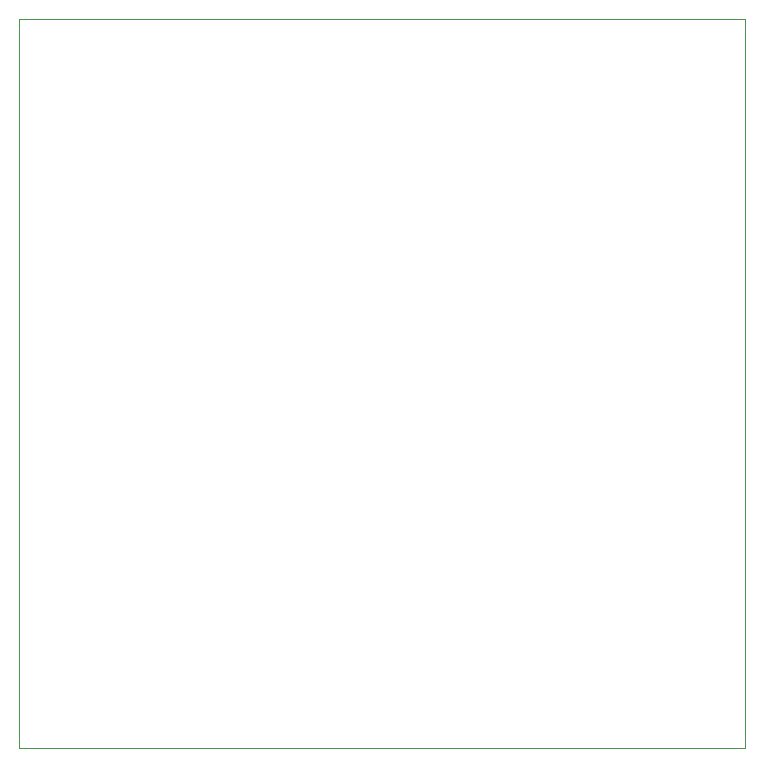
<source format=gbr>
%TF.GenerationSoftware,KiCad,Pcbnew,7.0.10-1-dev-1fdf7d0cf4*%
%TF.CreationDate,2023-12-26T02:00:40-08:00*%
%TF.ProjectId,i2s_to_toslink_pcb,6932735f-746f-45f7-946f-736c696e6b5f,rev?*%
%TF.SameCoordinates,Original*%
%TF.FileFunction,Profile,NP*%
%FSLAX46Y46*%
G04 Gerber Fmt 4.6, Leading zero omitted, Abs format (unit mm)*
G04 Created by KiCad (PCBNEW 7.0.10-1-dev-1fdf7d0cf4) date 2023-12-26 02:00:40*
%MOMM*%
%LPD*%
G01*
G04 APERTURE LIST*
%TA.AperFunction,Profile*%
%ADD10C,0.100000*%
%TD*%
G04 APERTURE END LIST*
D10*
X20828000Y-20320000D02*
X82296000Y-20320000D01*
X82296000Y-82042000D01*
X20828000Y-82042000D01*
X20828000Y-20320000D01*
M02*

</source>
